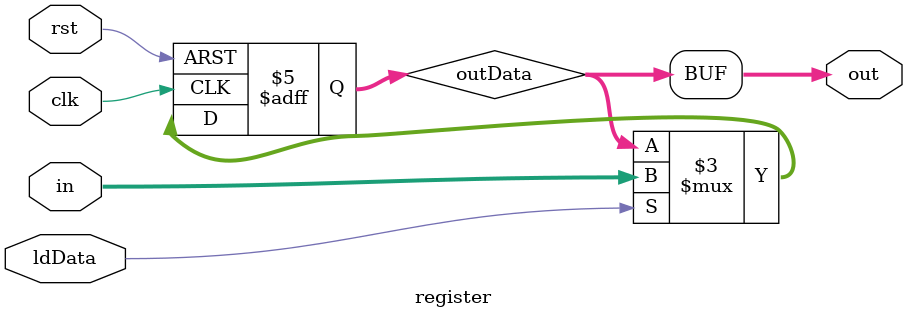
<source format=v>
`timescale 1ns/1ns
module register(input[7:0] in, input clk, rst, ldData, output[7:0] out);
	reg [7:0] outData;
	assign out = outData;
	always@(posedge clk, posedge rst)begin
		if(rst) outData <= 8'b0;
		else
		begin
			if(ldData) outData <= in;
			else outData <= outData;
		end
	end
endmodule

</source>
